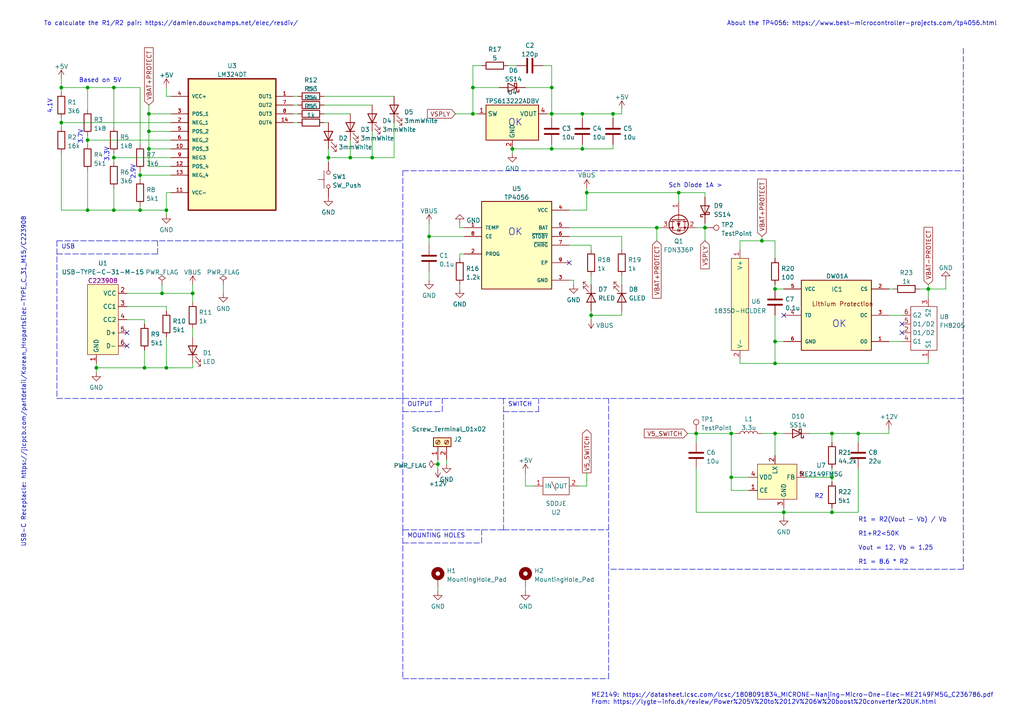
<source format=kicad_sch>
(kicad_sch (version 20211123) (generator eeschema)
  (paper "A4")
  (title_block (title "Smoke Extractor Schematic") (date "2022-09-10") (rev "2.0") (company "Nuno Nogueira") (comment 1 "1.2 - Changed LMV331 footprint, resistors values (from 4k7 to 5k1), changed VBUS circuit") (comment 2 "2.0 - Completely changed internals. Added battery LED feedback, battery charging IC, battery protection, step-up 5V, step-up 12V"))
  (junction (at 212.09 125.73))
  (junction (at 160.02 43.18))
  (junction (at 241.3 148.59))
  (junction (at 48.26 60.96))
  (junction (at 43.18 33.02))
  (junction (at 124.46 68.58))
  (junction (at 204.47 66.04))
  (junction (at 46.99 85.09))
  (junction (at 220.98 69.85))
  (junction (at 25.4 40.64))
  (junction (at 224.79 125.73))
  (junction (at 107.95 45.72))
  (junction (at 241.3 138.43))
  (junction (at 224.79 99.06))
  (junction (at 224.79 105.41))
  (junction (at 168.91 33.02))
  (junction (at 137.16 25.4))
  (junction (at 41.91 106.68))
  (junction (at 269.24 83.82))
  (junction (at 148.59 43.18))
  (junction (at 40.64 60.96))
  (junction (at 227.33 148.59))
  (junction (at 43.18 38.1))
  (junction (at 160.02 25.4))
  (junction (at 212.09 138.43))
  (junction (at 33.02 25.4))
  (junction (at 17.78 35.56))
  (junction (at 55.88 85.09))
  (junction (at 25.4 60.96))
  (junction (at 27.94 106.68))
  (junction (at 248.92 125.73))
  (junction (at 190.5 66.04))
  (junction (at 25.4 25.4))
  (junction (at 241.3 125.73))
  (junction (at 33.02 45.72))
  (junction (at 127 134.62))
  (junction (at 168.91 43.18))
  (junction (at 17.78 25.4))
  (junction (at 196.85 55.88))
  (junction (at 160.02 33.02))
  (junction (at 95.25 45.72))
  (junction (at 224.79 83.82))
  (junction (at 171.45 91.44))
  (junction (at 43.18 43.18))
  (junction (at 40.64 50.8))
  (junction (at 177.8 33.02))
  (junction (at 48.26 106.68))
  (junction (at 101.6 45.72))
  (junction (at 201.93 125.73))
  (junction (at 170.18 55.88))
  (junction (at 33.02 60.96))
  (junction (at 137.16 33.02))
  (no_connect (at 36.83 96.52))
  (no_connect (at 36.83 100.33))
  (no_connect (at 165.1 76.2))
  (no_connect (at 261.62 93.98))
  (no_connect (at 261.62 96.52))
  (no_connect (at 227.33 91.44))
  (wire (pts (xy 266.7 83.82) (xy 269.24 83.82)))
  (wire (pts (xy 93.98 35.56) (xy 95.25 35.56)))
  (polyline (pts (xy 116.84 157.48) (xy 139.7 157.48)))
  (wire (pts (xy 212.09 125.73) (xy 201.93 125.73)))
  (wire (pts (xy 85.09 30.48) (xy 86.36 30.48)))
  (wire (pts (xy 257.81 91.44) (xy 261.62 91.44)))
  (wire (pts (xy 55.88 85.09) (xy 46.99 85.09)))
  (wire (pts (xy 64.77 82.55) (xy 64.77 85.09)))
  (wire (pts (xy 48.26 106.68) (xy 48.26 97.79)))
  (wire (pts (xy 241.3 148.59) (xy 241.3 147.32)))
  (wire (pts (xy 137.16 25.4) (xy 144.78 25.4)))
  (polyline (pts (xy 279.4 64.77) (xy 279.4 115.57)))
  (wire (pts (xy 160.02 43.18) (xy 160.02 41.91)))
  (wire (pts (xy 165.1 81.28) (xy 166.37 81.28)))
  (wire (pts (xy 48.26 60.96) (xy 48.26 62.23)))
  (wire (pts (xy 133.35 64.77) (xy 133.35 66.04)))
  (wire (pts (xy 177.8 43.18) (xy 177.8 41.91)))
  (wire (pts (xy 40.64 50.8) (xy 49.53 50.8)))
  (wire (pts (xy 171.45 80.01) (xy 171.45 82.55)))
  (wire (pts (xy 25.4 60.96) (xy 17.78 60.96)))
  (wire (pts (xy 201.93 148.59) (xy 227.33 148.59)))
  (wire (pts (xy 129.54 133.35) (xy 129.54 134.62)))
  (wire (pts (xy 212.09 142.24) (xy 217.17 142.24)))
  (wire (pts (xy 191.77 66.04) (xy 190.5 66.04)))
  (wire (pts (xy 40.64 50.8) (xy 40.64 52.07)))
  (wire (pts (xy 17.78 35.56) (xy 17.78 36.83)))
  (wire (pts (xy 204.47 55.88) (xy 204.47 57.15)))
  (wire (pts (xy 214.63 72.39) (xy 214.63 69.85)))
  (wire (pts (xy 55.88 105.41) (xy 55.88 106.68)))
  (wire (pts (xy 127 170.18) (xy 127 171.45)))
  (wire (pts (xy 227.33 99.06) (xy 224.79 99.06)))
  (wire (pts (xy 214.63 105.41) (xy 224.79 105.41)))
  (wire (pts (xy 170.18 55.88) (xy 196.85 55.88)))
  (wire (pts (xy 241.3 125.73) (xy 248.92 125.73)))
  (wire (pts (xy 160.02 43.18) (xy 168.91 43.18)))
  (polyline (pts (xy 279.4 13.97) (xy 279.4 64.77)))
  (wire (pts (xy 36.83 92.71) (xy 41.91 92.71)))
  (wire (pts (xy 33.02 45.72) (xy 49.53 45.72)))
  (wire (pts (xy 214.63 69.85) (xy 220.98 69.85)))
  (wire (pts (xy 27.94 106.68) (xy 41.91 106.68)))
  (wire (pts (xy 227.33 147.32) (xy 227.33 148.59)))
  (wire (pts (xy 171.45 91.44) (xy 171.45 92.71)))
  (wire (pts (xy 27.94 106.68) (xy 27.94 107.95)))
  (wire (pts (xy 133.35 73.66) (xy 134.62 73.66)))
  (wire (pts (xy 43.18 38.1) (xy 43.18 43.18)))
  (wire (pts (xy 269.24 104.14) (xy 269.24 105.41)))
  (wire (pts (xy 170.18 137.16) (xy 170.18 140.97)))
  (wire (pts (xy 148.59 43.18) (xy 148.59 44.45)))
  (wire (pts (xy 101.6 40.64) (xy 101.6 45.72)))
  (wire (pts (xy 220.98 69.85) (xy 220.98 68.58)))
  (wire (pts (xy 36.83 85.09) (xy 46.99 85.09)))
  (wire (pts (xy 241.3 138.43) (xy 241.3 139.7)))
  (wire (pts (xy 85.09 35.56) (xy 86.36 35.56)))
  (wire (pts (xy 180.34 80.01) (xy 180.34 82.55)))
  (polyline (pts (xy 176.53 196.85) (xy 176.53 165.1)))
  (polyline (pts (xy 116.84 115.57) (xy 116.84 64.77)))
  (wire (pts (xy 241.3 148.59) (xy 248.92 148.59)))
  (wire (pts (xy 241.3 125.73) (xy 241.3 128.27)))
  (polyline (pts (xy 128.27 119.38) (xy 128.27 115.57)))
  (polyline (pts (xy 16.51 69.85) (xy 16.51 115.57)))
  (wire (pts (xy 48.26 25.4) (xy 48.26 27.94)))
  (wire (pts (xy 204.47 66.04) (xy 204.47 64.77)))
  (wire (pts (xy 147.32 19.05) (xy 149.86 19.05)))
  (wire (pts (xy 160.02 33.02) (xy 168.91 33.02)))
  (wire (pts (xy 85.09 33.02) (xy 86.36 33.02)))
  (wire (pts (xy 43.18 48.26) (xy 49.53 48.26)))
  (wire (pts (xy 224.79 91.44) (xy 224.79 99.06)))
  (wire (pts (xy 133.35 82.55) (xy 133.35 83.82)))
  (wire (pts (xy 33.02 60.96) (xy 25.4 60.96)))
  (wire (pts (xy 257.81 99.06) (xy 261.62 99.06)))
  (wire (pts (xy 171.45 91.44) (xy 180.34 91.44)))
  (wire (pts (xy 157.48 19.05) (xy 160.02 19.05)))
  (wire (pts (xy 214.63 104.14) (xy 214.63 105.41)))
  (wire (pts (xy 227.33 148.59) (xy 241.3 148.59)))
  (wire (pts (xy 137.16 33.02) (xy 138.43 33.02)))
  (wire (pts (xy 124.46 68.58) (xy 134.62 68.58)))
  (polyline (pts (xy 16.51 73.66) (xy 45.72 73.66)))
  (wire (pts (xy 170.18 140.97) (xy 167.64 140.97)))
  (wire (pts (xy 33.02 25.4) (xy 40.64 25.4)))
  (wire (pts (xy 41.91 106.68) (xy 48.26 106.68)))
  (wire (pts (xy 227.33 148.59) (xy 227.33 149.86)))
  (polyline (pts (xy 116.84 49.53) (xy 279.4 49.53)))
  (wire (pts (xy 25.4 25.4) (xy 33.02 25.4)))
  (wire (pts (xy 25.4 60.96) (xy 25.4 49.53)))
  (wire (pts (xy 170.18 54.61) (xy 170.18 55.88)))
  (wire (pts (xy 43.18 43.18) (xy 49.53 43.18)))
  (wire (pts (xy 180.34 31.75) (xy 180.34 33.02)))
  (wire (pts (xy 48.26 60.96) (xy 40.64 60.96)))
  (wire (pts (xy 25.4 39.37) (xy 25.4 40.64)))
  (polyline (pts (xy 146.05 115.57) (xy 146.05 153.67)))
  (wire (pts (xy 132.08 33.02) (xy 137.16 33.02)))
  (wire (pts (xy 43.18 30.48) (xy 43.18 33.02)))
  (wire (pts (xy 40.64 60.96) (xy 40.64 59.69)))
  (wire (pts (xy 212.09 125.73) (xy 212.09 138.43)))
  (wire (pts (xy 168.91 43.18) (xy 168.91 41.91)))
  (wire (pts (xy 152.4 140.97) (xy 154.94 140.97)))
  (wire (pts (xy 171.45 71.12) (xy 171.45 72.39)))
  (polyline (pts (xy 116.84 115.57) (xy 116.84 153.67)))
  (wire (pts (xy 257.81 124.46) (xy 257.81 125.73)))
  (wire (pts (xy 17.78 44.45) (xy 17.78 60.96)))
  (wire (pts (xy 165.1 60.96) (xy 170.18 60.96)))
  (wire (pts (xy 43.18 38.1) (xy 49.53 38.1)))
  (wire (pts (xy 224.79 125.73) (xy 227.33 125.73)))
  (wire (pts (xy 224.79 105.41) (xy 269.24 105.41)))
  (wire (pts (xy 152.4 170.18) (xy 152.4 171.45)))
  (wire (pts (xy 212.09 138.43) (xy 217.17 138.43)))
  (wire (pts (xy 199.39 125.73) (xy 201.93 125.73)))
  (wire (pts (xy 168.91 33.02) (xy 177.8 33.02)))
  (wire (pts (xy 168.91 33.02) (xy 168.91 34.29)))
  (wire (pts (xy 166.37 81.28) (xy 166.37 82.55)))
  (polyline (pts (xy 116.84 196.85) (xy 176.53 196.85)))
  (wire (pts (xy 114.3 35.56) (xy 114.3 45.72)))
  (wire (pts (xy 152.4 25.4) (xy 160.02 25.4)))
  (wire (pts (xy 124.46 68.58) (xy 124.46 71.12)))
  (wire (pts (xy 220.98 69.85) (xy 224.79 69.85)))
  (polyline (pts (xy 45.72 73.66) (xy 45.72 69.85)))
  (wire (pts (xy 274.32 83.82) (xy 269.24 83.82)))
  (wire (pts (xy 101.6 45.72) (xy 107.95 45.72)))
  (wire (pts (xy 25.4 25.4) (xy 25.4 31.75)))
  (wire (pts (xy 55.88 82.55) (xy 55.88 85.09)))
  (wire (pts (xy 124.46 64.77) (xy 124.46 68.58)))
  (wire (pts (xy 248.92 125.73) (xy 257.81 125.73)))
  (wire (pts (xy 160.02 25.4) (xy 160.02 33.02)))
  (wire (pts (xy 27.94 105.41) (xy 27.94 106.68)))
  (wire (pts (xy 43.18 33.02) (xy 43.18 38.1)))
  (wire (pts (xy 233.68 138.43) (xy 241.3 138.43)))
  (wire (pts (xy 137.16 19.05) (xy 137.16 25.4)))
  (wire (pts (xy 33.02 44.45) (xy 33.02 45.72)))
  (polyline (pts (xy 146.05 153.67) (xy 176.53 153.67)))
  (wire (pts (xy 269.24 82.55) (xy 269.24 83.82)))
  (wire (pts (xy 224.79 99.06) (xy 224.79 105.41)))
  (wire (pts (xy 180.34 68.58) (xy 180.34 72.39)))
  (wire (pts (xy 201.93 66.04) (xy 204.47 66.04)))
  (wire (pts (xy 55.88 95.25) (xy 55.88 97.79)))
  (wire (pts (xy 17.78 35.56) (xy 49.53 35.56)))
  (wire (pts (xy 43.18 33.02) (xy 49.53 33.02)))
  (wire (pts (xy 170.18 55.88) (xy 170.18 60.96)))
  (polyline (pts (xy 139.7 157.48) (xy 139.7 153.67)))
  (wire (pts (xy 180.34 91.44) (xy 180.34 90.17)))
  (wire (pts (xy 212.09 138.43) (xy 212.09 142.24)))
  (wire (pts (xy 127 134.62) (xy 127 135.89)))
  (wire (pts (xy 40.64 60.96) (xy 33.02 60.96)))
  (wire (pts (xy 165.1 66.04) (xy 190.5 66.04)))
  (wire (pts (xy 48.26 88.9) (xy 48.26 90.17)))
  (polyline (pts (xy 156.21 119.38) (xy 156.21 115.57)))
  (polyline (pts (xy 116.84 153.67) (xy 116.84 196.85)))
  (polyline (pts (xy 279.4 165.1) (xy 176.53 165.1)))
  (wire (pts (xy 196.85 55.88) (xy 204.47 55.88)))
  (polyline (pts (xy 146.05 153.67) (xy 116.84 153.67)))
  (wire (pts (xy 133.35 66.04) (xy 134.62 66.04)))
  (wire (pts (xy 101.6 45.72) (xy 95.25 45.72)))
  (wire (pts (xy 124.46 78.74) (xy 124.46 81.28)))
  (wire (pts (xy 139.7 19.05) (xy 137.16 19.05)))
  (polyline (pts (xy 16.51 115.57) (xy 116.84 115.57)))
  (wire (pts (xy 17.78 25.4) (xy 25.4 25.4)))
  (wire (pts (xy 17.78 34.29) (xy 17.78 35.56)))
  (wire (pts (xy 248.92 125.73) (xy 248.92 128.27)))
  (wire (pts (xy 165.1 68.58) (xy 180.34 68.58)))
  (polyline (pts (xy 16.51 69.85) (xy 116.84 69.85)))
  (wire (pts (xy 160.02 19.05) (xy 160.02 25.4)))
  (wire (pts (xy 224.79 83.82) (xy 227.33 83.82)))
  (wire (pts (xy 114.3 45.72) (xy 107.95 45.72)))
  (polyline (pts (xy 146.05 119.38) (xy 156.21 119.38)))
  (wire (pts (xy 224.79 69.85) (xy 224.79 74.93)))
  (wire (pts (xy 274.32 81.28) (xy 274.32 83.82)))
  (wire (pts (xy 168.91 43.18) (xy 177.8 43.18)))
  (wire (pts (xy 137.16 25.4) (xy 137.16 33.02)))
  (wire (pts (xy 201.93 125.73) (xy 201.93 128.27)))
  (wire (pts (xy 40.64 49.53) (xy 40.64 50.8)))
  (wire (pts (xy 201.93 135.89) (xy 201.93 148.59)))
  (wire (pts (xy 36.83 88.9) (xy 48.26 88.9)))
  (wire (pts (xy 180.34 33.02) (xy 177.8 33.02)))
  (wire (pts (xy 248.92 148.59) (xy 248.92 135.89)))
  (wire (pts (xy 177.8 33.02) (xy 177.8 34.29)))
  (wire (pts (xy 40.64 25.4) (xy 40.64 41.91)))
  (wire (pts (xy 93.98 30.48) (xy 107.95 30.48)))
  (wire (pts (xy 46.99 82.55) (xy 46.99 85.09)))
  (wire (pts (xy 95.25 43.18) (xy 95.25 45.72)))
  (polyline (pts (xy 176.53 165.1) (xy 176.53 115.57)))
  (wire (pts (xy 224.79 82.55) (xy 224.79 83.82)))
  (wire (pts (xy 48.26 55.88) (xy 49.53 55.88)))
  (wire (pts (xy 41.91 106.68) (xy 41.91 101.6)))
  (wire (pts (xy 148.59 43.18) (xy 160.02 43.18)))
  (wire (pts (xy 25.4 40.64) (xy 49.53 40.64)))
  (wire (pts (xy 213.36 125.73) (xy 212.09 125.73)))
  (wire (pts (xy 234.95 125.73) (xy 241.3 125.73)))
  (wire (pts (xy 93.98 27.94) (xy 114.3 27.94)))
  (wire (pts (xy 165.1 71.12) (xy 171.45 71.12)))
  (wire (pts (xy 48.26 27.94) (xy 49.53 27.94)))
  (wire (pts (xy 160.02 33.02) (xy 160.02 34.29)))
  (wire (pts (xy 48.26 55.88) (xy 48.26 60.96)))
  (wire (pts (xy 107.95 45.72) (xy 107.95 38.1)))
  (wire (pts (xy 257.81 83.82) (xy 259.08 83.82)))
  (wire (pts (xy 224.79 125.73) (xy 224.79 132.08)))
  (polyline (pts (xy 116.84 64.77) (xy 116.84 49.53)))
  (wire (pts (xy 133.35 74.93) (xy 133.35 73.66)))
  (polyline (pts (xy 116.84 119.38) (xy 128.27 119.38)))
  (wire (pts (xy 33.02 60.96) (xy 33.02 54.61)))
  (wire (pts (xy 196.85 58.42) (xy 196.85 55.88)))
  (wire (pts (xy 127 133.35) (xy 127 134.62)))
  (wire (pts (xy 158.75 33.02) (xy 160.02 33.02)))
  (wire (pts (xy 25.4 40.64) (xy 25.4 41.91)))
  (wire (pts (xy 93.98 33.02) (xy 101.6 33.02)))
  (wire (pts (xy 85.09 27.94) (xy 86.36 27.94)))
  (wire (pts (xy 190.5 66.04) (xy 190.5 69.85)))
  (wire (pts (xy 17.78 22.86) (xy 17.78 25.4)))
  (polyline (pts (xy 279.4 115.57) (xy 146.05 115.57)))
  (polyline (pts (xy 279.4 115.57) (xy 279.4 165.1)))
  (wire (pts (xy 33.02 45.72) (xy 33.02 46.99)))
  (wire (pts (xy 17.78 25.4) (xy 17.78 26.67)))
  (wire (pts (xy 41.91 93.98) (xy 41.91 92.71)))
  (wire (pts (xy 241.3 135.89) (xy 241.3 138.43)))
  (wire (pts (xy 220.98 125.73) (xy 224.79 125.73)))
  (wire (pts (xy 152.4 140.97) (xy 152.4 137.16)))
  (wire (pts (xy 33.02 25.4) (xy 33.02 36.83)))
  (wire (pts (xy 171.45 90.17) (xy 171.45 91.44)))
  (wire (pts (xy 269.24 83.82) (xy 269.24 86.36)))
  (wire (pts (xy 95.25 45.72) (xy 95.25 46.99)))
  (wire (pts (xy 55.88 106.68) (xy 48.26 106.68)))
  (wire (pts (xy 55.88 85.09) (xy 55.88 87.63)))
  (polyline (pts (xy 146.05 115.57) (xy 116.84 115.57)))
  (wire (pts (xy 204.47 66.04) (xy 204.47 69.85)))
  (wire (pts (xy 43.18 43.18) (xy 43.18 48.26)))
  (text "OK" (at 147.32 68.58 0) (effects (font (size 2 2)) (justify left bottom)))
  (text "OUTPUT\n" (at 118.11 118.11 0) (effects (font (size 1.27 1.27)) (justify left bottom)))
  (text "Based on 5V" (at 22.86 24.13 0) (effects (font (size 1.27 1.27)) (justify left bottom)))
  (text "USB" (at 17.78 72.39 0) (effects (font (size 1.27 1.27)) (justify left bottom)))
  (text "About the TP4056: https://www.best-microcontroller-projects.com/tp4056.html" (at 210.82 7.62 0) (effects (font (size 1.27 1.27)) (justify left bottom)))
  (text "To calculate the R1/R2 pair: https://damien.douxchamps.net/elec/resdiv/" (at 12.7 7.62 0) (effects (font (size 1.27 1.27)) (justify left bottom)))
  (text "3.3V" (at 31.75 46.99 90) (effects (font (size 1.27 1.27)) (justify left bottom)))
  (text "USB-C Receptacle: https://jlcpcb.com/partdetail/Korean_HropartsElec-TYPE_C_31_M15/C223908" (at 7.62 158.75 90) (effects (font (size 1.27 1.27)) (justify left bottom)))
  (text "MOUNTING HOLES" (at 118.11 156.21 0) (effects (font (size 1.27 1.27)) (justify left bottom)))
  (text "OK" (at 241.3 95.25 0) (effects (font (size 2 2)) (justify left bottom)))
  (text "R2" (at 236.22 144.78 0) (effects (font (size 1.27 1.27)) (justify left bottom)))
  (text "SWITCH\n" (at 147.32 118.11 0) (effects (font (size 1.27 1.27)) (justify left bottom)))
  (text "OK" (at 147.32 36.83 0) (effects (font (size 2 2)) (justify left bottom)))
  (text "4.1V" (at 15.24 33.02 90) (effects (font (size 1.27 1.27)) (justify left bottom)))
  (text "Sch Diode 1A >" (at 209.55 54.61 180) (effects (font (size 1.27 1.27)) (justify right bottom)))
  (text "2.9V" (at 39.37 52.07 90) (effects (font (size 1.27 1.27)) (justify left bottom)))
  (text "3.7V" (at 24.13 41.91 90) (effects (font (size 1.27 1.27)) (justify left bottom)))
  (text "R1 = R2(Vout - Vb) / Vb\n\nR1+R2<50K\n\nVout = 12, Vb = 1.25\n\nR1 = 8.6 * R2" (at 248.92 163.83 0) (effects (font (size 1.27 1.27)) (justify left bottom)))
  (text "ME2149: https://datasheet.lcsc.com/lcsc/1808091834_MICRONE-Nanjing-Micro-One-Elec-ME2149FM5G_C236786.pdf\nFrom: https://lygte-info.dk/review/Power%205V%20to%2012V%206W%20boost%20converter%20UK.html" (at 171.45 204.47 0) (effects (font (size 1.27 1.27)) (justify left bottom)))
  (global_label "V5_SWITCH" (shape input) (at 199.39 125.73 180) (property "Intersheet References" "${INTERSHEET_REFS}" (effects hide)))
  (global_label "VBAT-PROTECT" (shape input) (at 269.24 82.55 90) (property "Intersheet References" "${INTERSHEET_REFS}" (effects hide)))
  (global_label "V5_SWITCH" (shape output) (at 170.18 137.16 90) (property "Intersheet References" "${INTERSHEET_REFS}" (effects hide)))
  (global_label "VBAT+PROTECT" (shape input) (at 43.18 30.48 90) (property "Intersheet References" "${INTERSHEET_REFS}" (effects hide)))
  (global_label "VSPLY" (shape input) (at 132.08 33.02 180) (property "Intersheet References" "${INTERSHEET_REFS}" (effects hide)))
  (global_label "VBAT+PROTECT" (shape input) (at 220.98 68.58 90) (property "Intersheet References" "${INTERSHEET_REFS}" (effects hide)))
  (global_label "VSPLY" (shape input) (at 204.47 69.85 270) (property "Intersheet References" "${INTERSHEET_REFS}" (effects hide)))
  (global_label "VBAT+PROTECT" (shape input) (at 190.5 69.85 270) (property "Intersheet References" "${INTERSHEET_REFS}" (effects hide)))
  (symbol (lib_id "Device:D_Schottky") (at 204.47 60.96 90) (unit 1)
    (property "Reference" "D9" (at 207.01 59.69 90) (effects (justify right)))
    (property "Value" "SS14" (at 207.01 62.23 90) (effects (justify right)))
    (property "Footprint" "Diode_SMD:D_SMA_Handsoldering" (effects hide))
    (property "Datasheet" "https://datasheet.lcsc.com/lcsc/2204121115_MDD-Microdiode-Electronics--SS14_C2480.pdf" (effects hide))
    (property "LCSC" "C2480" (effects hide))
  )
  (symbol (lib_id "Device:R") (at 25.4 35.56 0) (unit 1)
    (property "Reference" "R3" (at 27.178 34.7253 0) (effects (justify left)))
    (property "Value" "1k8" (at 27.178 37.2622 0) (effects (justify left)))
    (property "Footprint" "Resistor_SMD:R_0603_1608Metric_Pad0.98x0.95mm_HandSolder" (effects hide))
    (property "Datasheet" "https://datasheet.lcsc.com/lcsc/2206010045_UNI-ROYAL-Uniroyal-Elec-0603WAF1821T5E_C25958.pdf" (effects hide))
    (property "LCSC" "C25958" (effects hide))
  )
  (symbol (lib_id "power:PWR_FLAG") (at 64.77 82.55 0) (unit 1)
    (property "Reference" "#FLG0102" (effects hide))
    (property "Value" "PWR_FLAG" (at 64.77 78.9742 0))
  )
  (symbol (lib_id "Regulator_Switching:TPS613222ADBV") (at 148.59 35.56 0) (unit 1)
    (property "Reference" "U4" (at 148.59 26.7802 0))
    (property "Value" "TPS613222ADBV" (at 148.59 29.3171 0))
    (property "Footprint" "Package_TO_SOT_SMD:SOT-23-5" (effects hide))
    (property "Datasheet" "http://www.ti.com/lit/ds/symlink/tps61322.pdf" (effects hide))
    (property "LCSC" "C2071163" (effects hide))
  )
  (symbol (lib_id "Device:C") (at 168.91 38.1 0) (unit 1)
    (property "Reference" "C4" (at 171.831 37.2653 0) (effects (justify left)))
    (property "Value" "10u" (at 171.831 39.8022 0) (effects (justify left)))
    (property "Footprint" "Capacitor_SMD:C_0603_1608Metric_Pad1.08x0.95mm_HandSolder" (effects hide))
    (property "Datasheet" "https://datasheet.lcsc.com/lcsc/1811021421_Samsung-Electro-Mechanics-CL10A106MP8NNNC_C85713.pdf" (effects hide))
    (property "LCSC" "C19702" (effects hide))
  )
  (symbol (lib_id "power:+12V") (at 257.81 124.46 0) (unit 1)
    (property "Reference" "#PWR0114" (effects hide))
    (property "Value" "+12V" (at 257.81 120.8842 0))
  )
  (symbol (lib_id "Device:R") (at 90.17 30.48 90) (unit 1)
    (property "Reference" "R13" (at 90.17 25.7642 90))
    (property "Value" "1k" (at 90.17 28.3011 90))
    (property "Footprint" "Resistor_SMD:R_0603_1608Metric_Pad0.98x0.95mm_HandSolder" (effects hide))
    (property "Datasheet" "https://datasheet.lcsc.com/lcsc/1811151159_Resistor-Today-AECR0603F1K00K9_C328340.pdf" (effects hide))
    (property "LCSC" "C328340" (effects hide))
  )
  (symbol (lib_id "Connector:Screw_Terminal_01x02") (at 127 128.27 90) (unit 1)
    (property "Reference" "J2" (at 131.572 127.4353 90) (effects (justify right)))
    (property "Value" "Screw_Terminal_01x02" (at 119.38 124.46 90) (effects (justify right)))
    (property "Footprint" "TerminalBlock:TerminalBlock_bornier-2_P5.08mm" (effects hide))
  )
  (symbol (lib_id "Device:R") (at 133.35 78.74 0) (unit 1)
    (property "Reference" "R16" (at 135.128 77.9053 0) (effects (justify left)))
    (property "Value" "1.2k" (at 135.128 80.4422 0) (effects (justify left)))
    (property "Footprint" "Resistor_SMD:R_0603_1608Metric_Pad0.98x0.95mm_HandSolder" (effects hide))
    (property "Datasheet" "https://datasheet.lcsc.com/lcsc/1811082221_FH-Guangdong-Fenghua-Advanced-Tech-RS-03K1201FT_C118396.pdf" (effects hide))
    (property "LCSC" "C118396" (effects hide))
  )
  (symbol (lib_id "Device:LED") (at 55.88 101.6 90) (unit 1)
    (property "Reference" "D1" (at 58.801 102.3528 90) (effects (justify right)))
    (property "Value" "LED" (at 58.801 104.8897 90) (effects (justify right)))
    (property "Footprint" "LED_SMD:LED_0603_1608Metric_Pad1.05x0.95mm_HandSolder" (effects hide))
  )
  (symbol (lib_id "power:+5V") (at 48.26 25.4 0) (unit 1)
    (property "Reference" "#PWR0101" (effects hide))
    (property "Value" "+5V" (at 48.26 21.8242 0))
  )
  (symbol (lib_id "power:GND") (at 95.25 57.15 0) (unit 1)
    (property "Reference" "#PWR0105" (effects hide))
    (property "Value" "GND" (at 95.25 61.5934 0))
  )
  (symbol (lib_id "power:GND") (at 274.32 81.28 180) (unit 1)
    (property "Reference" "#PWR0111" (effects hide))
    (property "Value" "GND" (at 274.32 77.7042 0))
  )
  (symbol (lib_id "Device:LED") (at 114.3 31.75 90) (unit 1)
    (property "Reference" "D5" (at 117.221 32.5028 90) (effects (justify right)))
    (property "Value" "3mmWhite" (at 117.221 35.0397 90) (effects (justify right)))
    (property "Footprint" "LED_THT:LED_D3.0mm" (effects hide))
    (property "Datasheet" "https://datasheet.lcsc.com/lcsc/1912111437_MEIHUA-MHL3014SRTS_C397053.pdf" (effects hide))
    (property "LCSC" "C86881" (effects hide))
  )
  (symbol (lib_id "power:+5V") (at 180.34 31.75 0) (unit 1)
    (property "Reference" "#PWR0113" (effects hide))
    (property "Value" "+5V" (at 180.34 28.1742 0))
  )
  (symbol (lib_id "Device:C") (at 124.46 74.93 0) (unit 1)
    (property "Reference" "C1" (at 127.381 74.0953 0) (effects (justify left)))
    (property "Value" "0.1u" (at 127.381 76.6322 0) (effects (justify left)))
    (property "Footprint" "Capacitor_SMD:C_0603_1608Metric_Pad1.08x0.95mm_HandSolder" (effects hide))
    (property "Datasheet" "https://datasheet.lcsc.com/lcsc/1811081212_FH--Guangdong-Fenghua-Advanced-Tech-0603B104K500NT_C30926.pdf" (effects hide))
    (property "LCSC" "C30926" (effects hide))
  )
  (symbol (lib_id "Device:R") (at 180.34 76.2 180) (unit 1)
    (property "Reference" "R19" (at 182.118 75.3653 0) (effects (justify right)))
    (property "Value" "1k" (at 182.118 77.9022 0) (effects (justify right)))
    (property "Footprint" "Resistor_SMD:R_0603_1608Metric_Pad0.98x0.95mm_HandSolder" (effects hide))
    (property "Datasheet" "https://datasheet.lcsc.com/lcsc/1811151159_Resistor-Today-AECR0603F1K00K9_C328340.pdf" (effects hide))
    (property "LCSC" "C328340" (effects hide))
  )
  (symbol (lib_id "Device:LED") (at 107.95 34.29 90) (unit 1)
    (property "Reference" "D4" (at 110.871 35.0428 90) (effects (justify right)))
    (property "Value" "3mmWhite" (at 110.871 37.5797 90) (effects (justify right)))
    (property "Footprint" "LED_THT:LED_D3.0mm" (effects hide))
    (property "Datasheet" "https://datasheet.lcsc.com/lcsc/1912111437_MEIHUA-MHL3014SRTS_C397053.pdf" (effects hide))
    (property "LCSC" "C86881" (effects hide))
  )
  (symbol (lib_id "Device:LED") (at 171.45 86.36 270) (unit 1)
    (property "Reference" "D7" (at 173.482 83.9378 90) (effects (justify left)))
    (property "Value" "RLED" (at 173.482 86.4747 90) (effects (justify left)))
    (property "Footprint" "LED_SMD:LED_0603_1608Metric_Pad1.05x0.95mm_HandSolder" (effects hide))
  )
  (symbol (lib_id "Transistor_FET:FH8205") (at 270.51 95.25 90) (unit 1)
    (property "Reference" "U8" (at 272.4912 91.8784 90) (effects (justify right)))
    (property "Value" "FH8205" (at 272.4912 94.4153 90) (effects (justify right)))
    (property "Footprint" "Package_TO_SOT_SMD:SOT-23-6_Handsoldering" (effects hide))
    (property "Datasheet" "https://datasheet.lcsc.com/lcsc/2201121400_XIN-FEI-HONG-FH8205_C2928988.pdf" (effects hide))
    (property "LCSC" "C2928988" (effects hide))
  )
  (symbol (lib_id "Device:C") (at 153.67 19.05 90) (unit 1)
    (property "Reference" "C2" (at 153.67 13.1912 90))
    (property "Value" "120p" (at 153.67 15.7281 90))
    (property "Footprint" "Capacitor_SMD:C_0603_1608Metric_Pad1.08x0.95mm_HandSolder" (effects hide))
    (property "Datasheet" "https://datasheet.lcsc.com/lcsc/1811061822_FH--Guangdong-Fenghua-Advanced-Tech-0603CG121J500NT_C1643.pdf" (effects hide))
    (property "LCSC" "C1643" (effects hide))
  )
  (symbol (lib_id "Device:R") (at 241.3 143.51 0) (unit 1)
    (property "Reference" "R22" (at 243.078 142.6753 0) (effects (justify left)))
    (property "Value" "5k1" (at 243.078 145.2122 0) (effects (justify left)))
    (property "Footprint" "Resistor_SMD:R_0603_1608Metric_Pad0.98x0.95mm_HandSolder" (effects hide))
    (property "Datasheet" "https://datasheet.lcsc.com/lcsc/1810161350_HKR-Hong-Kong-Resistors-RCT035K11FLF_C178023.pdf" (effects hide))
    (property "LCSC" "C178023" (effects hide))
  )
  (symbol (lib_id "Device:L") (at 217.17 125.73 90) (unit 1)
    (property "Reference" "L1" (at 217.17 121.5222 90))
    (property "Value" "3.3u" (at 217.17 124.0591 90))
    (property "Footprint" "Inductor_SMD:L_Wuerth_WE-PD2-Typ-MS" (effects hide))
    (property "Datasheet" "https://datasheet.lcsc.com/lcsc/2201121400_SHOU-HAN-CY43-3-3UH_C2929417.pdf" (effects hide))
    (property "LCSC" "C2929417" (effects hide))
  )
  (symbol (lib_id "Mechanical:MountingHole_Pad") (at 152.4 167.64 0) (unit 1)
    (property "Reference" "H2" (at 154.94 165.5353 0) (effects (justify left)))
    (property "Value" "MountingHole_Pad" (at 154.94 168.0722 0) (effects (justify left)))
    (property "Footprint" "MountingHole:MountingHole_3.2mm_M3_ISO7380_Pad" (effects hide))
  )
  (symbol (lib_id "Device:D_Schottky") (at 148.59 25.4 180) (unit 1)
    (property "Reference" "D6" (at 148.9075 20.4302 0))
    (property "Value" "SS14" (at 148.9075 22.9671 0))
    (property "Footprint" "Diode_SMD:D_SMA_Handsoldering" (effects hide))
    (property "Datasheet" "https://datasheet.lcsc.com/lcsc/2204121115_MDD-Microdiode-Electronics--SS14_C2480.pdf" (effects hide))
    (property "LCSC" "C2480" (effects hide))
  )
  (symbol (lib_id "power:GND") (at 127 171.45 0) (mirror y) (unit 1)
    (property "Reference" "#PWR0125" (effects hide))
    (property "Value" "GND" (at 127 175.8934 0))
  )
  (symbol (lib_id "Device:LED") (at 101.6 36.83 90) (unit 1)
    (property "Reference" "D3" (at 104.521 37.5828 90) (effects (justify right)))
    (property "Value" "3mmWhite" (at 104.521 40.1197 90) (effects (justify right)))
    (property "Footprint" "LED_THT:LED_D3.0mm" (effects hide))
    (property "Datasheet" "https://datasheet.lcsc.com/lcsc/1912111437_MEIHUA-MHL3014SRTS_C397053.pdf" (effects hide))
    (property "LCSC" "C86881" (effects hide))
  )
  (symbol (lib_id "power:GND") (at 227.33 149.86 0) (unit 1)
    (property "Reference" "#PWR0115" (effects hide))
    (property "Value" "GND" (at 227.33 154.3034 0))
  )
  (symbol (lib_id "Device:R") (at 17.78 40.64 0) (unit 1)
    (property "Reference" "R2" (at 19.558 39.8053 0) (effects (justify left)))
    (property "Value" "16k" (at 19.558 42.3422 0) (effects (justify left)))
    (property "Footprint" "Resistor_SMD:R_0603_1608Metric_Pad0.98x0.95mm_HandSolder" (effects hide))
    (property "Datasheet" "https://datasheet.lcsc.com/lcsc/2206010230_UNI-ROYAL-Uniroyal-Elec-0603WAF1602T5E_C4210.pdf" (effects hide))
    (property "LCSC" "C4210" (effects hide))
  )
  (symbol (lib_id "Device:D_Schottky") (at 231.14 125.73 180) (unit 1)
    (property "Reference" "D10" (at 231.4575 120.7602 0))
    (property "Value" "SS14" (at 231.4575 123.2971 0))
    (property "Footprint" "Diode_SMD:D_SMA_Handsoldering" (effects hide))
    (property "Datasheet" "https://datasheet.lcsc.com/lcsc/2204121115_MDD-Microdiode-Electronics--SS14_C2480.pdf" (effects hide))
    (property "LCSC" "C2480" (effects hide))
  )
  (symbol (lib_id "power:GND") (at 64.77 85.09 0) (unit 1)
    (property "Reference" "#PWR0130" (effects hide))
    (property "Value" "GND" (at 64.77 89.5334 0))
  )
  (symbol (lib_id "CustomSymbols:RA11131100") (at 161.29 146.05 0) (unit 1)
    (property "Reference" "U2" (at 161.29 148.59 0))
    (property "Value" "SDDJE" (at 161.29 146.05 0))
    (property "Footprint" "CustomFootprints:SDDJE" (effects hide))
    (property "Datasheet" "https://datasheet.lcsc.com/lcsc/1912111437_ALPSALPINE-SDDJE10700_C358626.pdf" (effects hide))
    (property "LCSC" "C358626" (effects hide))
  )
  (symbol (lib_id "TP4046:TP4056") (at 149.86 71.12 0) (unit 1)
    (property "Reference" "U5" (at 149.86 54.7202 0))
    (property "Value" "TP4056" (at 149.86 57.2571 0))
    (property "Footprint" "Package_SO:SOP-8_3.9x4.9mm_P1.27mm" (effects hide))
    (property "Datasheet" "https://datasheet.lcsc.com/lcsc/1809261820_TOPPOWER-Nanjing-Extension-Microelectronics-TP4056-42-ESOP8_C16581.pdf" (effects hide))
    (property "LCSC" "C16581" (effects hide))
  )
  (symbol (lib_id "power:VBUS") (at 55.88 82.55 0) (unit 1)
    (property "Reference" "#PWR0118" (effects hide))
    (property "Value" "VBUS" (at 55.88 78.9742 0))
  )
  (symbol (lib_id "Device:C") (at 224.79 87.63 0) (unit 1)
    (property "Reference" "C7" (at 227.711 86.7953 0) (effects (justify left)))
    (property "Value" "0.1u" (at 227.711 89.3322 0) (effects (justify left)))
    (property "Footprint" "Capacitor_SMD:C_0603_1608Metric_Pad1.08x0.95mm_HandSolder" (effects hide))
    (property "Datasheet" "https://datasheet.lcsc.com/lcsc/1811081212_FH--Guangdong-Fenghua-Advanced-Tech-0603B104K500NT_C30926.pdf" (effects hide))
    (property "LCSC" "C30926" (effects hide))
  )
  (symbol (lib_id "power:GND") (at 48.26 62.23 0) (unit 1)
    (property "Reference" "#PWR0107" (effects hide))
    (property "Value" "GND" (at 48.26 66.6734 0))
  )
  (symbol (lib_id "Device:R") (at 241.3 132.08 0) (unit 1)
    (property "Reference" "R21" (at 243.078 131.2453 0) (effects (justify left)))
    (property "Value" "44.2k" (at 243.078 133.7822 0) (effects (justify left)))
    (property "Footprint" "Resistor_SMD:R_0603_1608Metric_Pad0.98x0.95mm_HandSolder" (effects hide))
    (property "Datasheet" "https://datasheet.lcsc.com/lcsc/2206010116_UNI-ROYAL-Uniroyal-Elec-0603WAF4422T5E_C23056.pdf" (effects hide))
    (property "LCSC" "C23056" (effects hide))
  )
  (symbol (lib_id "Device:C") (at 160.02 38.1 0) (unit 1)
    (property "Reference" "C3" (at 162.941 37.2653 0) (effects (justify left)))
    (property "Value" "10u" (at 162.941 39.8022 0) (effects (justify left)))
    (property "Footprint" "Capacitor_SMD:C_0603_1608Metric_Pad1.08x0.95mm_HandSolder" (effects hide))
    (property "Datasheet" "https://datasheet.lcsc.com/lcsc/1811021421_Samsung-Electro-Mechanics-CL10A106MP8NNNC_C85713.pdf" (effects hide))
    (property "LCSC" "C19702" (effects hide))
  )
  (symbol (lib_id "power:GND") (at 124.46 81.28 0) (unit 1)
    (property "Reference" "#PWR0103" (effects hide))
    (property "Value" "GND" (at 124.46 85.7234 0))
  )
  (symbol (lib_id "Device:R") (at 25.4 45.72 0) (unit 1)
    (property "Reference" "R4" (at 27.178 44.8853 0) (effects (justify left)))
    (property "Value" "5k1" (at 27.178 47.4222 0) (effects (justify left)))
    (property "Footprint" "Resistor_SMD:R_0603_1608Metric_Pad0.98x0.95mm_HandSolder" (effects hide))
    (property "Datasheet" "https://datasheet.lcsc.com/lcsc/1810161350_HKR-Hong-Kong-Resistors-RCT035K11FLF_C178023.pdf" (effects hide))
    (property "LCSC" "C178023" (effects hide))
  )
  (symbol (lib_id "CustomSymbols:18350-HOLDER") (at 214.63 88.9 270) (unit 1)
    (property "Reference" "U6" (at 217.8812 87.4303 90) (effects (justify left)))
    (property "Value" "18350-HOLDER" (at 207.01 90.17 90) (effects (justify left)))
    (property "Footprint" "CustomFootprints:18350-Holder" (effects hide))
  )
  (symbol (lib_id "LM324DT:LM324DT") (at 67.31 38.1 0) (unit 1)
    (property "Reference" "U3" (at 67.31 19.084 0))
    (property "Value" "LM324DT" (at 67.31 21.6209 0))
    (property "Footprint" "Package_SO:SOIC127P600X175-14N" (effects hide))
    (property "Datasheet" "https://datasheet.lcsc.com/lcsc/1809051220_STMicroelectronics-LM324DT_C71035.pdf" (effects hide))
    (property "OC_FARNELL" "1262985" (effects hide))
    (property "OC_NEWARK" "89K0691" (effects hide))
    (property "MPN" "LM324DT" (effects hide))
    (property "PACKAGE" "SOIC-14" (effects hide))
    (property "SUPPLIER" "STMICROELECTRONICS" (effects hide))
    (property "LCSC" "C71035" (effects hide))
  )
  (symbol (lib_id "DW01A:DW01A") (at 242.57 91.44 0) (unit 1)
    (property "Reference" "IC1" (at 242.7794 83.9302 0))
    (property "Value" "DW01A" (at 242.7794 80.1171 0))
    (property "Footprint" "Package_TO_SOT_SMD:SOT-23-6_Handsoldering" (effects hide))
    (property "Datasheet" "https://datasheet.lcsc.com/lcsc/2201121330_YONGYUTAI-DW01A_C2927799.pdf" (effects hide))
    (property "MPN" "DW01A" (effects hide))
    (property "LCSC" "C351410" (effects hide))
    (property "VALUE" "DW01A" (effects hide))
  )
  (symbol (lib_id "CustomSymbols:USB-TYPE-C-31-M-15") (at 34.29 102.87 0) (unit 1)
    (property "Reference" "U1" (at 29.845 76.3642 0))
    (property "Value" "USB-TYPE-C-31-M-15" (at 29.845 78.9011 0))
    (property "Footprint" "CustomFootprints:USB-TYPE-C-31-M-15" (effects hide))
    (property "Datasheet" "https://datasheet.lcsc.com/lcsc/2108131830_Korean-Hroparts-Elec-TYPE-C-31-M-15_C223908.pdf" (effects hide))
    (property "LCSC" "C223908" (at 29.845 81.438 0))
  )
  (symbol (lib_id "power:VBUS") (at 171.45 92.71 180) (unit 1)
    (property "Reference" "#PWR0120" (effects hide))
    (property "Value" "VBUS" (at 172.847 94.4138 0) (effects (justify right)))
  )
  (symbol (lib_id "Device:R") (at 40.64 45.72 0) (unit 1)
    (property "Reference" "R7" (at 42.418 44.8853 0) (effects (justify left)))
    (property "Value" "3k6" (at 42.418 47.4222 0) (effects (justify left)))
    (property "Footprint" "Resistor_SMD:R_0603_1608Metric_Pad0.98x0.95mm_HandSolder" (effects hide))
    (property "Datasheet" "https://datasheet.lcsc.com/lcsc/1809272215_RALEC-RTT03362JTP_C103578.pdf" (effects hide))
    (property "LCSC" "C103578" (effects hide))
  )
  (symbol (lib_id "Device:R") (at 17.78 30.48 0) (unit 1)
    (property "Reference" "R1" (at 19.558 29.6453 0) (effects (justify left)))
    (property "Value" "3k6" (at 19.558 32.1822 0) (effects (justify left)))
    (property "Footprint" "Resistor_SMD:R_0603_1608Metric_Pad0.98x0.95mm_HandSolder" (effects hide))
    (property "Datasheet" "https://datasheet.lcsc.com/lcsc/1809272215_RALEC-RTT03362JTP_C103578.pdf" (effects hide))
    (property "LCSC" "C103578" (effects hide))
  )
  (symbol (lib_id "Device:R") (at 262.89 83.82 270) (unit 1)
    (property "Reference" "R23" (at 262.89 79.1042 90))
    (property "Value" "1k" (at 262.89 81.6411 90))
    (property "Footprint" "Resistor_SMD:R_0603_1608Metric_Pad0.98x0.95mm_HandSolder" (effects hide))
    (property "Datasheet" "https://datasheet.lcsc.com/lcsc/1811151159_Resistor-Today-AECR0603F1K00K9_C328340.pdf" (effects hide))
    (property "LCSC" "C328340" (effects hide))
  )
  (symbol (lib_id "power:GND") (at 133.35 83.82 0) (unit 1)
    (property "Reference" "#PWR0121" (effects hide))
    (property "Value" "GND" (at 133.35 88.2634 0))
  )
  (symbol (lib_id "Device:LED") (at 95.25 39.37 90) (unit 1)
    (property "Reference" "D2" (at 98.171 40.1228 90) (effects (justify right)))
    (property "Value" "3mmWhite" (at 98.171 42.6597 90) (effects (justify right)))
    (property "Footprint" "LED_THT:LED_D3.0mm" (effects hide))
    (property "Datasheet" "https://datasheet.lcsc.com/lcsc/1912111437_MEIHUA-MHL3014SRTS_C397053.pdf" (effects hide))
    (property "LCSC" "C86881" (effects hide))
  )
  (symbol (lib_id "Device:R") (at 224.79 78.74 0) (unit 1)
    (property "Reference" "R20" (at 226.568 77.9053 0) (effects (justify left)))
    (property "Value" "100" (at 226.568 80.4422 0) (effects (justify left)))
    (property "Footprint" "Resistor_SMD:R_0805_2012Metric_Pad1.20x1.40mm_HandSolder" (effects hide))
    (property "Datasheet" "https://datasheet.lcsc.com/lcsc/2007231205_UNI-ROYAL-Uniroyal-Elec-AS05W2J0101T5E_C560480.pdf" (effects hide))
    (property "LCSC" "C17408" (effects hide))
  )
  (symbol (lib_id "power:GND") (at 133.35 64.77 180) (unit 1)
    (property "Reference" "#PWR0116" (effects hide))
    (property "Value" "GND" (at 135.255 63.9338 0) (effects (justify right)))
  )
  (symbol (lib_id "Device:R") (at 41.91 97.79 0) (unit 1)
    (property "Reference" "R9" (at 43.688 96.9553 0) (effects (justify left)))
    (property "Value" "5k1" (at 43.688 99.4922 0) (effects (justify left)))
    (property "Footprint" "Resistor_SMD:R_0603_1608Metric_Pad0.98x0.95mm_HandSolder" (effects hide))
    (property "Datasheet" "https://datasheet.lcsc.com/lcsc/1810161350_HKR-Hong-Kong-Resistors-RCT035K11FLF_C178023.pdf" (effects hide))
    (property "LCSC" "C178023" (effects hide))
  )
  (symbol (lib_id "Device:C") (at 177.8 38.1 0) (unit 1)
    (property "Reference" "C5" (at 180.721 37.2653 0) (effects (justify left)))
    (property "Value" "10u" (at 180.721 39.8022 0) (effects (justify left)))
    (property "Footprint" "Capacitor_SMD:C_0603_1608Metric_Pad1.08x0.95mm_HandSolder" (effects hide))
    (property "Datasheet" "https://datasheet.lcsc.com/lcsc/1811021421_Samsung-Electro-Mechanics-CL10A106MP8NNNC_C85713.pdf" (effects hide))
    (property "LCSC" "C19702" (effects hide))
  )
  (symbol (lib_id "Device:R") (at 90.17 35.56 90) (unit 1)
    (property "Reference" "R15" (at 90.17 30.8442 90))
    (property "Value" "1k" (at 90.17 33.3811 90))
    (property "Footprint" "Resistor_SMD:R_0603_1608Metric_Pad0.98x0.95mm_HandSolder" (effects hide))
    (property "Datasheet" "https://datasheet.lcsc.com/lcsc/1811151159_Resistor-Today-AECR0603F1K00K9_C328340.pdf" (effects hide))
    (property "LCSC" "C328340" (effects hide))
  )
  (symbol (lib_id "Device:C") (at 201.93 132.08 0) (unit 1)
    (property "Reference" "C6" (at 204.851 131.2453 0) (effects (justify left)))
    (property "Value" "10u" (at 204.851 133.7822 0) (effects (justify left)))
    (property "Footprint" "Capacitor_SMD:C_0603_1608Metric_Pad1.08x0.95mm_HandSolder" (effects hide))
    (property "Datasheet" "https://datasheet.lcsc.com/lcsc/1811021421_Samsung-Electro-Mechanics-CL10A106MP8NNNC_C85713.pdf" (effects hide))
    (property "LCSC" "C19702" (effects hide))
  )
  (symbol (lib_id "power:VBUS") (at 124.46 64.77 0) (unit 1)
    (property "Reference" "#PWR0106" (effects hide))
    (property "Value" "VBUS" (at 124.46 61.1942 0))
  )
  (symbol (lib_id "Device:R") (at 33.02 50.8 0) (unit 1)
    (property "Reference" "R6" (at 34.798 49.9653 0) (effects (justify left)))
    (property "Value" "3k6" (at 34.798 52.5022 0) (effects (justify left)))
    (property "Footprint" "Resistor_SMD:R_0603_1608Metric_Pad0.98x0.95mm_HandSolder" (effects hide))
    (property "Datasheet" "https://datasheet.lcsc.com/lcsc/1809272215_RALEC-RTT03362JTP_C103578.pdf" (effects hide))
    (property "LCSC" "C103578" (effects hide))
  )
  (symbol (lib_id "Device:R") (at 143.51 19.05 90) (unit 1)
    (property "Reference" "R17" (at 143.51 14.3342 90))
    (property "Value" "5" (at 143.51 16.8711 90))
    (property "Footprint" "Resistor_SMD:R_0805_2012Metric_Pad1.20x1.40mm_HandSolder" (effects hide))
    (property "Datasheet" "https://datasheet.lcsc.com/lcsc/2206010200_UNI-ROYAL-Uniroyal-Elec-0805W8F510KT5E_C17724.pdf" (effects hide))
    (property "descp" "5 OHM 5% 1/3W 0805" (effects hide))
    (property "LCSC" "C17724" (effects hide))
  )
  (symbol (lib_id "power:GND") (at 166.37 82.55 0) (unit 1)
    (property "Reference" "#PWR0117" (effects hide))
    (property "Value" "GND" (at 166.37 86.9934 0))
  )
  (symbol (lib_id "power:GND") (at 148.59 44.45 0) (unit 1)
    (property "Reference" "#PWR0112" (effects hide))
    (property "Value" "GND" (at 148.59 48.8934 0))
  )
  (symbol (lib_id "Device:R") (at 90.17 33.02 90) (unit 1)
    (property "Reference" "R14" (at 90.17 28.3042 90))
    (property "Value" "1k" (at 90.17 30.8411 90))
    (property "Footprint" "Resistor_SMD:R_0603_1608Metric_Pad0.98x0.95mm_HandSolder" (effects hide))
    (property "Datasheet" "https://datasheet.lcsc.com/lcsc/1811151159_Resistor-Today-AECR0603F1K00K9_C328340.pdf" (effects hide))
    (property "LCSC" "C328340" (effects hide))
  )
  (symbol (lib_id "power:+5V") (at 17.78 22.86 0) (unit 1)
    (property "Reference" "#PWR0102" (effects hide))
    (property "Value" "+5V" (at 17.78 19.2842 0))
  )
  (symbol (lib_id "Switch:SW_Push") (at 95.25 52.07 90) (unit 1)
    (property "Reference" "SW1" (at 96.393 51.2353 90) (effects (justify right)))
    (property "Value" "SW_Push" (at 96.393 53.7722 90) (effects (justify right)))
    (property "Footprint" "Button_Switch_SMD:SW_SPST_SKQG_WithStem" (effects hide))
    (property "Datasheet" "https://datasheet.lcsc.com/lcsc/1809200033_ALPSALPINE-SKQGADE010_C116647.pdf" (effects hide))
    (property "LCSC" "C116647" (effects hide))
  )
  (symbol (lib_id "Mechanical:MountingHole_Pad") (at 127 167.64 0) (unit 1)
    (property "Reference" "H1" (at 129.54 165.5353 0) (effects (justify left)))
    (property "Value" "MountingHole_Pad" (at 129.54 168.0722 0) (effects (justify left)))
    (property "Footprint" "MountingHole:MountingHole_3.2mm_M3_ISO7380_Pad" (effects hide))
  )
  (symbol (lib_id "Device:R") (at 48.26 93.98 0) (unit 1)
    (property "Reference" "R10" (at 50.038 93.1453 0) (effects (justify left)))
    (property "Value" "5k1" (at 50.038 95.6822 0) (effects (justify left)))
    (property "Footprint" "Resistor_SMD:R_0603_1608Metric_Pad0.98x0.95mm_HandSolder" (effects hide))
    (property "Datasheet" "https://datasheet.lcsc.com/lcsc/1810161350_HKR-Hong-Kong-Resistors-RCT035K11FLF_C178023.pdf" (effects hide))
    (property "LCSC" "C178023" (effects hide))
  )
  (symbol (lib_id "Device:LED") (at 180.34 86.36 270) (unit 1)
    (property "Reference" "D8" (at 182.372 83.9378 90) (effects (justify left)))
    (property "Value" "GLED" (at 182.372 86.4747 90) (effects (justify left)))
    (property "Footprint" "LED_SMD:LED_0603_1608Metric_Pad1.05x0.95mm_HandSolder" (effects hide))
  )
  (symbol (lib_id "power:PWR_FLAG") (at 46.99 82.55 0) (unit 1)
    (property "Reference" "#FLG0101" (effects hide))
    (property "Value" "PWR_FLAG" (at 46.99 78.9742 0))
  )
  (symbol (lib_id "power:+5V") (at 152.4 137.16 0) (unit 1)
    (property "Reference" "#PWR0109" (effects hide))
    (property "Value" "+5V" (at 152.4 133.5842 0))
  )
  (symbol (lib_id "Device:R") (at 33.02 40.64 0) (unit 1)
    (property "Reference" "R5" (at 34.798 39.8053 0) (effects (justify left)))
    (property "Value" "1k8" (at 34.798 42.3422 0) (effects (justify left)))
    (property "Footprint" "Resistor_SMD:R_0603_1608Metric_Pad0.98x0.95mm_HandSolder" (effects hide))
    (property "Datasheet" "https://datasheet.lcsc.com/lcsc/2206010045_UNI-ROYAL-Uniroyal-Elec-0603WAF1821T5E_C25958.pdf" (effects hide))
    (property "LCSC" "C25958" (effects hide))
  )
  (symbol (lib_id "power:PWR_FLAG") (at 127 134.62 90) (unit 1)
    (property "Reference" "#FLG0103" (effects hide))
    (property "Value" "PWR_FLAG" (at 123.8251 135.0538 90) (effects (justify left)))
  )
  (symbol (lib_id "Connector:TestPoint") (at 201.93 125.73 0) (unit 1)
    (property "Reference" "TP1" (at 203.327 121.5933 0) (effects (justify left)))
    (property "Value" "TestPoint" (at 203.327 124.1302 0) (effects (justify left)))
    (property "Footprint" "TestPoint:TestPoint_Pad_2.0x2.0mm" (effects hide))
  )
  (symbol (lib_id "Device:R") (at 90.17 27.94 90) (unit 1)
    (property "Reference" "R12" (at 90.17 23.2242 90))
    (property "Value" "1k" (at 90.17 25.7611 90))
    (property "Footprint" "Resistor_SMD:R_0603_1608Metric_Pad0.98x0.95mm_HandSolder" (effects hide))
    (property "Datasheet" "https://datasheet.lcsc.com/lcsc/1811151159_Resistor-Today-AECR0603F1K00K9_C328340.pdf" (effects hide))
    (property "LCSC" "C328340" (effects hide))
  )
  (symbol (lib_id "power:GND") (at 152.4 171.45 0) (mirror y) (unit 1)
    (property "Reference" "#PWR0126" (effects hide))
    (property "Value" "GND" (at 152.4 175.8934 0))
  )
  (symbol (lib_id "CustomSymbols:ME2149FM5G") (at 227.33 138.43 0) (unit 1)
    (property "Reference" "U7" (at 238.1596 134.9716 0))
    (property "Value" "ME2149FM5G" (at 238.1596 137.5085 0))
    (property "Footprint" "Package_TO_SOT_SMD:SOT-23-5_HandSoldering" (effects hide))
    (property "Datasheet" "http://file2.dzsc.com/product/17/07/12/1127976_150339724.pdf" (effects hide))
    (property "LCSC" "C236786" (effects hide))
  )
  (symbol (lib_id "Device:R") (at 40.64 55.88 0) (unit 1)
    (property "Reference" "R8" (at 42.418 55.0453 0) (effects (justify left)))
    (property "Value" "5k1" (at 42.418 57.5822 0) (effects (justify left)))
    (property "Footprint" "Resistor_SMD:R_0603_1608Metric_Pad0.98x0.95mm_HandSolder" (effects hide))
    (property "Datasheet" "https://datasheet.lcsc.com/lcsc/1810161350_HKR-Hong-Kong-Resistors-RCT035K11FLF_C178023.pdf" (effects hide))
    (property "LCSC" "C178023" (effects hide))
  )
  (symbol (lib_id "power:GND") (at 129.54 134.62 0) (unit 1)
    (property "Reference" "#PWR0110" (effects hide))
    (property "Value" "GND" (at 129.54 139.0634 0))
  )
  (symbol (lib_id "power:GND") (at 27.94 107.95 0) (unit 1)
    (property "Reference" "#PWR0104" (effects hide))
    (property "Value" "GND" (at 27.94 112.3934 0))
  )
  (symbol (lib_id "power:+12V") (at 127 135.89 180) (unit 1)
    (property "Reference" "#PWR0108" (effects hide))
    (property "Value" "+12V" (at 127 140.3334 0))
  )
  (symbol (lib_id "Connector:TestPoint") (at 204.47 66.04 270) (unit 1)
    (property "Reference" "TP2" (at 209.169 65.2053 90) (effects (justify left)))
    (property "Value" "TestPoint" (at 209.169 67.7422 90) (effects (justify left)))
    (property "Footprint" "TestPoint:TestPoint_Pad_2.0x2.0mm" (effects hide))
  )
  (symbol (lib_id "Device:C") (at 248.92 132.08 0) (unit 1)
    (property "Reference" "C8" (at 251.841 131.2453 0) (effects (justify left)))
    (property "Value" "22u" (at 251.841 133.7822 0) (effects (justify left)))
    (property "Footprint" "Capacitor_SMD:C_0805_2012Metric_Pad1.18x1.45mm_HandSolder" (effects hide))
    (property "Datasheet" "https://datasheet.lcsc.com/lcsc/1810191214_Samsung-Electro-Mechanics-CL21A226MOQNNNE_C98190.pdf" (effects hide))
    (property "LCSC" "C98190" (effects hide))
  )
  (symbol (lib_id "Transistor_FET:FDN340P") (at 196.85 63.5 90) (mirror x) (unit 1)
    (property "Reference" "Q1" (at 196.85 69.9754 90))
    (property "Value" "FDN336P" (at 196.85 72.5123 90))
    (property "Footprint" "Package_TO_SOT_SMD:SOT-23" (effects hide))
    (property "Datasheet" "https://datasheet.lcsc.com/lcsc/2001131004_Shikues-FDN336P_C475693.pdf" (effects hide))
    (property "LCSC" "C475693" (effects hide))
  )
  (symbol (lib_id "Device:R") (at 171.45 76.2 180) (unit 1)
    (property "Reference" "R18" (at 173.228 75.3653 0) (effects (justify right)))
    (property "Value" "1k" (at 173.228 77.9022 0) (effects (justify right)))
    (property "Footprint" "Resistor_SMD:R_0603_1608Metric_Pad0.98x0.95mm_HandSolder" (effects hide))
    (property "Datasheet" "https://datasheet.lcsc.com/lcsc/1811151159_Resistor-Today-AECR0603F1K00K9_C328340.pdf" (effects hide))
    (property "LCSC" "C328340" (effects hide))
  )
  (symbol (lib_id "Device:R") (at 55.88 91.44 0) (unit 1)
    (property "Reference" "R11" (at 57.658 90.6053 0) (effects (justify left)))
    (property "Value" "1k" (at 57.658 93.1422 0) (effects (justify left)))
    (property "Footprint" "Resistor_SMD:R_0603_1608Metric_Pad0.98x0.95mm_HandSolder" (effects hide))
    (property "Datasheet" "https://datasheet.lcsc.com/lcsc/1811151159_Resistor-Today-AECR0603F1K00K9_C328340.pdf" (effects hide))
    (property "LCSC" "C328340" (effects hide))
  )
  (symbol (lib_id "power:VBUS") (at 170.18 54.61 0) (unit 1)
    (property "Reference" "#PWR0119" (effects hide))
    (property "Value" "VBUS" (at 170.18 50.8 0))
  )
)
</source>
